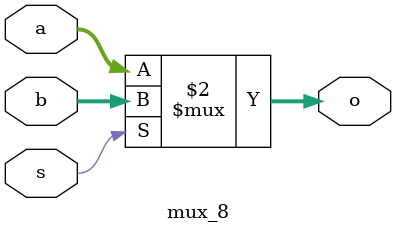
<source format=v>
module			add_8 (o, a, b);

output	[7:0]	o;
input	[7:0]	a, b;

assign	o = a + b;

endmodule




module			sub_8 (o, a, b);

output	[7:0]	o;
input	[7:0]	a, b;

assign	o = a - b;

endmodule




module			mux_8 (o, a, b, s);

output	[7:0]	o;
input	[7:0]	a, b;
input			s;

assign	o = ((s == 0) ? a : b); //(s ? b:a);

endmodule

</source>
